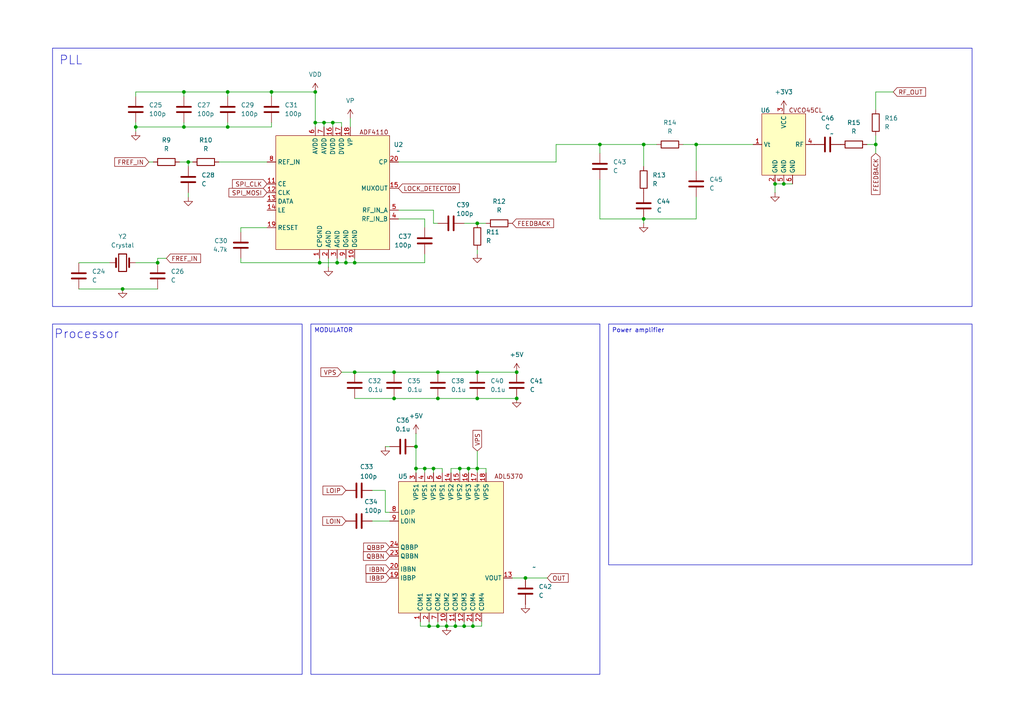
<source format=kicad_sch>
(kicad_sch (version 20231120) (generator "eeschema") (generator_version "8.0")
  (paper "A4")
  (lib_symbols
    (symbol "Device:C" (pin_numbers hide) (pin_names (offset 0.254))
      (property "Reference" "C" (at 0.635 2.54 0))
      (property "Value" "C" (at 0.635 -2.54 0))
      (symbol "C_0_1"
        (polyline (pts (xy -2.032 -0.762) (xy 2.032 -0.762)) (stroke (width 0.508)))
        (polyline (pts (xy -2.032 0.762) (xy 2.032 0.762)) (stroke (width 0.508)))
      )
      (symbol "C_1_1"
        (pin passive line (at 0 3.81 270) (length 2.794) (name "~") (number "1"))
        (pin passive line (at 0 -3.81 90) (length 2.794) (name "~") (number "2"))
      )
    )
    (symbol "Device:Crystal" (pin_numbers hide) (pin_names (offset 1.016) hide)
      (property "Reference" "Y" (at 0 3.81 0))
      (property "Value" "Crystal" (at 0 -3.81 0))
      (symbol "Crystal_0_1"
        (rectangle (start -1.143 2.54) (end 1.143 -2.54) (stroke (width 0.3048)))
        (polyline (pts (xy -2.54 0) (xy -1.905 0)))
        (polyline (pts (xy -1.905 -1.27) (xy -1.905 1.27)) (stroke (width 0.508)))
        (polyline (pts (xy 1.905 -1.27) (xy 1.905 1.27)) (stroke (width 0.508)))
        (polyline (pts (xy 2.54 0) (xy 1.905 0)))
      )
      (symbol "Crystal_1_1"
        (pin passive line (at -3.81 0 0) (length 1.27) (name "1") (number "1"))
        (pin passive line (at 3.81 0 180) (length 1.27) (name "2") (number "2"))
      )
    )
    (symbol "Device:R" (pin_numbers hide) (pin_names (offset 0))
      (property "Reference" "R" (at 2.032 0 90))
      (property "Value" "R" (at 0 0 90))
      (symbol "R_0_1"
        (rectangle (start -1.016 -2.54) (end 1.016 2.54) (stroke (width 0.254)))
      )
      (symbol "R_1_1"
        (pin passive line (at 0 3.81 270) (length 1.27) (name "~") (number "1"))
        (pin passive line (at 0 -3.81 90) (length 1.27) (name "~") (number "2"))
      )
    )
    (symbol "RF_PLL_ADF4110_1"
      (property "Reference" "U" (at -14.986 17.526 0))
      (symbol "RF_PLL_ADF4110_1_1_1"
        (rectangle (start -16.51 16.51) (end 16.51 -16.51) (fill (type background)))
        (text "ADF4110" (at 11.938 17.526 0) (effects (font (size 1.27 1.27))))
        (pin input line (at -3.81 -19.05 90) (length 2.54) (name "CPGND") (number "1"))
        (pin input line (at 6.35 -19.05 90) (length 2.54) (name "DGND") (number "10"))
        (pin input line (at -19.05 2.54 0) (length 2.54) (name "CE") (number "11"))
        (pin input line (at -19.05 0 0) (length 2.54) (name "CLK") (number "12"))
        (pin input line (at -19.05 -2.54 0) (length 2.54) (name "DATA") (number "13"))
        (pin input line (at -19.05 -5.08 0) (length 2.54) (name "LE") (number "14"))
        (pin input line (at 19.05 1.27 180) (length 2.54) (name "MUXOUT") (number "15"))
        (pin input line (at 0 19.05 270) (length 2.54) (name "DVDD") (number "16"))
        (pin input line (at 2.54 19.05 270) (length 2.54) (name "DVDD") (number "17"))
        (pin input line (at 5.08 19.05 270) (length 2.54) (name "VP") (number "18"))
        (pin input line (at -19.05 -10.16 0) (length 2.54) (name "RESET") (number "19"))
        (pin input line (at -1.27 -19.05 90) (length 2.54) (name "AGND") (number "2"))
        (pin input line (at 19.05 8.89 180) (length 2.54) (name "CP") (number "20"))
        (pin input line (at 1.27 -19.05 90) (length 2.54) (name "AGND") (number "3"))
        (pin input line (at 19.05 -7.62 180) (length 2.54) (name "RF_IN_B") (number "4"))
        (pin input line (at 19.05 -5.08 180) (length 2.54) (name "RF_IN_A") (number "5"))
        (pin input line (at -5.08 19.05 270) (length 2.54) (name "AVDD") (number "6"))
        (pin input line (at -2.54 19.05 270) (length 2.54) (name "AVDD") (number "7"))
        (pin input line (at -19.05 8.89 0) (length 2.54) (name "REF_IN") (number "8"))
        (pin input line (at 3.81 -19.05 90) (length 2.54) (name "DGND") (number "9"))
      )
    )
    (symbol "communication_circuit:ADL5370"
      (property "Reference" "U" (at -14.478 20.066 0))
      (symbol "ADL5370_1_1"
        (rectangle (start -15.24 19.05) (end 15.24 -19.05) (fill (type background)))
        (text "ADL5370" (at 16.764 20.574 0) (effects (font (size 1.27 1.27))))
        (pin input line (at -8.89 -21.59 90) (length 2.54) (name "COM1") (number "1"))
        (pin input line (at -1.27 -21.59 90) (length 2.54) (name "COM2") (number "10"))
        (pin input line (at 1.27 -21.59 90) (length 2.54) (name "COM3") (number "11"))
        (pin input line (at 3.81 -21.59 90) (length 2.54) (name "COM3") (number "12"))
        (pin input line (at 17.78 -8.89 180) (length 2.54) (name "VOUT") (number "13"))
        (pin input line (at 0 21.59 270) (length 2.54) (name "VPS2") (number "14"))
        (pin input line (at 2.54 21.59 270) (length 2.54) (name "VPS2") (number "15"))
        (pin input line (at 5.08 21.59 270) (length 2.54) (name "VPS3") (number "16"))
        (pin input line (at 7.62 21.59 270) (length 2.54) (name "VPS4") (number "17"))
        (pin input line (at 10.16 21.59 270) (length 2.54) (name "VPS5") (number "18"))
        (pin input line (at -17.78 -8.89 0) (length 2.54) (name "IBBP") (number "19"))
        (pin input line (at -6.35 -21.59 90) (length 2.54) (name "COM1") (number "2"))
        (pin input line (at -17.78 -6.35 0) (length 2.54) (name "IBBN") (number "20"))
        (pin input line (at 6.35 -21.59 90) (length 2.54) (name "COM4") (number "21"))
        (pin input line (at 8.89 -21.59 90) (length 2.54) (name "COM4") (number "22"))
        (pin input line (at -17.78 -2.54 0) (length 2.54) (name "QBBN") (number "23"))
        (pin input line (at -17.78 0 0) (length 2.54) (name "QBBP") (number "24"))
        (pin input line (at -10.16 21.59 270) (length 2.54) (name "VPS1") (number "3"))
        (pin input line (at -7.62 21.59 270) (length 2.54) (name "VPS1") (number "4"))
        (pin input line (at -5.08 21.59 270) (length 2.54) (name "VPS1") (number "5"))
        (pin input line (at -2.54 21.59 270) (length 2.54) (name "VPS1") (number "6"))
        (pin input line (at -3.81 -21.59 90) (length 2.54) (name "COM2") (number "7"))
        (pin input line (at -17.78 10.16 0) (length 2.54) (name "LOIP") (number "8"))
        (pin input line (at -17.78 7.62 0) (length 2.54) (name "LOIN") (number "9"))
      )
    )
    (symbol "communication_circuit:VCO"
      (property "Reference" "U" (at -6.604 10.668 0))
      (symbol "VCO_1_1"
        (rectangle (start -6.35 8.89) (end 6.35 -8.89) (fill (type background)))
        (text "CVCO45CL\n" (at 6.35 9.906 0) (effects (font (size 1.27 1.27))))
        (pin input line (at -8.89 0 0) (length 2.54) (name "Vt") (number "1"))
        (pin input line (at -2.54 -11.43 90) (length 2.54) (name "GND") (number "2"))
        (pin input line (at 0 11.43 270) (length 2.54) (name "VCC") (number "3"))
        (pin input line (at 8.89 0 180) (length 2.54) (name "RF") (number "4"))
        (pin input line (at 0 -11.43 90) (length 2.54) (name "GND") (number "5"))
        (pin input line (at 2.54 -11.43 90) (length 2.54) (name "GND") (number "6"))
      )
    )
    (symbol "power:GND" (power) (pin_numbers hide) (pin_names (offset 0) hide)
      (property "Value" "GND" (at 0 -3.81 0))
      (symbol "GND_0_1"
        (polyline (pts (xy 0 0) (xy 0 -1.27) (xy 1.27 -1.27) (xy 0 -2.54) (xy -1.27 -1.27) (xy 0 -1.27)))
      )
      (symbol "GND_1_1"
        (pin power_in line (at 0 0 270) (length 0) (name "~") (number "1"))
      )
    )
    (symbol "power:VCC" (power) (pin_numbers hide) (pin_names (offset 0) hide)
      (property "Value" "VCC" (at 0 3.556 0))
      (symbol "VCC_0_1"
        (polyline (pts (xy -0.762 1.27) (xy 0 2.54)))
        (polyline (pts (xy 0 0) (xy 0 2.54)))
        (polyline (pts (xy 0 2.54) (xy 0.762 1.27)))
      )
      (symbol "VCC_1_1"
        (pin power_in line (at 0 0 90) (length 0) (name "~") (number "1"))
      )
    )
  )
  (junction (at 186.69 41.91))
  (junction (at 186.69 63.5))
  (junction (at 138.43 64.77))
  (junction (at 39.37 36.83))
  (junction (at 224.79 53.34))
  (junction (at 173.99 41.91))
  (junction (at 135.89 135.89))
  (junction (at 45.72 76.2))
  (junction (at 66.04 26.67))
  (junction (at 133.35 135.89))
  (junction (at 93.98 35.56))
  (junction (at 100.33 76.2))
  (junction (at 102.87 107.95))
  (junction (at 91.44 26.67))
  (junction (at 114.3 115.57))
  (junction (at 124.46 181.61))
  (junction (at 227.33 53.34))
  (junction (at 125.73 135.89))
  (junction (at 127 181.61))
  (junction (at 138.43 135.89))
  (junction (at 78.74 26.67))
  (junction (at 54.61 46.99))
  (junction (at 123.19 135.89))
  (junction (at 53.34 36.83))
  (junction (at 134.62 181.61))
  (junction (at 91.44 35.56))
  (junction (at 120.65 129.54))
  (junction (at 96.52 35.56))
  (junction (at 132.08 181.61))
  (junction (at 201.93 41.91))
  (junction (at 129.54 181.61))
  (junction (at 66.04 36.83))
  (junction (at 35.56 83.82))
  (junction (at 92.71 76.2))
  (junction (at 127 115.57))
  (junction (at 97.79 76.2))
  (junction (at 152.4 167.64))
  (junction (at 127 107.95))
  (junction (at 120.65 135.89))
  (junction (at 102.87 76.2))
  (junction (at 149.86 107.95))
  (junction (at 114.3 107.95))
  (junction (at 149.86 115.57))
  (junction (at 138.43 115.57))
  (junction (at 53.34 26.67))
  (junction (at 254 41.91))
  (junction (at 138.43 107.95))
  (junction (at 137.16 181.61))
  (wire (pts (xy 92.71 74.93) (xy 92.71 76.2)))
  (wire (pts (xy 66.04 26.67) (xy 78.74 26.67)))
  (wire (pts (xy 129.54 181.61) (xy 132.08 181.61)))
  (wire (pts (xy 54.61 55.88) (xy 54.61 57.15)))
  (wire (pts (xy 259.08 26.67) (xy 254 26.67)))
  (wire (pts (xy 125.73 135.89) (xy 128.27 135.89)))
  (wire (pts (xy 201.93 63.5) (xy 186.69 63.5)))
  (wire (pts (xy 66.04 36.83) (xy 66.04 35.56)))
  (wire (pts (xy 100.33 74.93) (xy 100.33 76.2)))
  (wire (pts (xy 173.99 41.91) (xy 173.99 44.45)))
  (wire (pts (xy 173.99 52.07) (xy 173.99 63.5)))
  (wire (pts (xy 22.86 83.82) (xy 35.56 83.82)))
  (wire (pts (xy 133.35 135.89) (xy 135.89 135.89)))
  (wire (pts (xy 97.79 76.2) (xy 100.33 76.2)))
  (wire (pts (xy 137.16 181.61) (xy 137.16 180.34)))
  (wire (pts (xy 125.73 64.77) (xy 127 64.77)))
  (wire (pts (xy 138.43 135.89) (xy 140.97 135.89)))
  (wire (pts (xy 53.34 36.83) (xy 66.04 36.83)))
  (wire (pts (xy 107.95 151.13) (xy 113.03 151.13)))
  (wire (pts (xy 63.5 46.99) (xy 77.47 46.99)))
  (wire (pts (xy 139.7 181.61) (xy 139.7 180.34)))
  (wire (pts (xy 69.85 76.2) (xy 92.71 76.2)))
  (wire (pts (xy 227.33 31.75) (xy 227.33 30.48)))
  (wire (pts (xy 39.37 26.67) (xy 53.34 26.67)))
  (wire (pts (xy 45.72 74.93) (xy 45.72 76.2)))
  (wire (pts (xy 201.93 41.91) (xy 201.93 49.53)))
  (wire (pts (xy 111.76 129.54) (xy 113.03 129.54)))
  (wire (pts (xy 190.5 41.91) (xy 186.69 41.91)))
  (wire (pts (xy 69.85 66.04) (xy 69.85 67.31)))
  (wire (pts (xy 78.74 26.67) (xy 91.44 26.67)))
  (wire (pts (xy 138.43 115.57) (xy 149.86 115.57)))
  (wire (pts (xy 115.57 63.5) (xy 123.19 63.5)))
  (wire (pts (xy 114.3 115.57) (xy 127 115.57)))
  (wire (pts (xy 99.06 107.95) (xy 102.87 107.95)))
  (wire (pts (xy 48.26 74.93) (xy 45.72 74.93)))
  (wire (pts (xy 96.52 35.56) (xy 99.06 35.56)))
  (wire (pts (xy 124.46 181.61) (xy 121.92 181.61)))
  (wire (pts (xy 102.87 115.57) (xy 114.3 115.57)))
  (wire (pts (xy 123.19 135.89) (xy 125.73 135.89)))
  (wire (pts (xy 99.06 35.56) (xy 99.06 36.83)))
  (wire (pts (xy 198.12 41.91) (xy 201.93 41.91)))
  (wire (pts (xy 133.35 135.89) (xy 133.35 137.16)))
  (wire (pts (xy 132.08 181.61) (xy 134.62 181.61)))
  (wire (pts (xy 120.65 135.89) (xy 120.65 129.54)))
  (wire (pts (xy 135.89 135.89) (xy 138.43 135.89)))
  (wire (pts (xy 111.76 148.59) (xy 111.76 142.24)))
  (wire (pts (xy 127 181.61) (xy 127 180.34)))
  (wire (pts (xy 66.04 36.83) (xy 78.74 36.83)))
  (wire (pts (xy 173.99 63.5) (xy 186.69 63.5)))
  (wire (pts (xy 132.08 181.61) (xy 132.08 180.34)))
  (wire (pts (xy 93.98 35.56) (xy 96.52 35.56)))
  (wire (pts (xy 137.16 181.61) (xy 139.7 181.61)))
  (wire (pts (xy 39.37 36.83) (xy 53.34 36.83)))
  (wire (pts (xy 39.37 36.83) (xy 39.37 35.56)))
  (wire (pts (xy 53.34 26.67) (xy 66.04 26.67)))
  (wire (pts (xy 102.87 107.95) (xy 114.3 107.95)))
  (wire (pts (xy 161.29 41.91) (xy 173.99 41.91)))
  (wire (pts (xy 127 107.95) (xy 138.43 107.95)))
  (wire (pts (xy 138.43 135.89) (xy 138.43 137.16)))
  (wire (pts (xy 78.74 36.83) (xy 78.74 35.56)))
  (wire (pts (xy 113.03 148.59) (xy 111.76 148.59)))
  (wire (pts (xy 123.19 135.89) (xy 123.19 137.16)))
  (wire (pts (xy 186.69 41.91) (xy 173.99 41.91)))
  (wire (pts (xy 149.86 107.95) (xy 138.43 107.95)))
  (wire (pts (xy 96.52 35.56) (xy 96.52 36.83)))
  (wire (pts (xy 127 181.61) (xy 129.54 181.61)))
  (wire (pts (xy 53.34 36.83) (xy 53.34 35.56)))
  (wire (pts (xy 39.37 76.2) (xy 45.72 76.2)))
  (wire (pts (xy 134.62 181.61) (xy 134.62 180.34)))
  (wire (pts (xy 121.92 181.61) (xy 121.92 180.34)))
  (wire (pts (xy 69.85 66.04) (xy 77.47 66.04)))
  (wire (pts (xy 111.76 142.24) (xy 107.95 142.24)))
  (wire (pts (xy 134.62 64.77) (xy 138.43 64.77)))
  (wire (pts (xy 91.44 35.56) (xy 91.44 36.83)))
  (wire (pts (xy 227.33 53.34) (xy 229.87 53.34)))
  (wire (pts (xy 130.81 135.89) (xy 130.81 137.16)))
  (wire (pts (xy 91.44 26.67) (xy 91.44 35.56)))
  (wire (pts (xy 69.85 74.93) (xy 69.85 76.2)))
  (wire (pts (xy 140.97 135.89) (xy 140.97 137.16)))
  (wire (pts (xy 54.61 46.99) (xy 54.61 48.26)))
  (wire (pts (xy 186.69 63.5) (xy 186.69 64.77)))
  (wire (pts (xy 91.44 35.56) (xy 93.98 35.56)))
  (wire (pts (xy 254 41.91) (xy 254 44.45)))
  (wire (pts (xy 124.46 181.61) (xy 124.46 180.34)))
  (wire (pts (xy 127 181.61) (xy 124.46 181.61)))
  (wire (pts (xy 138.43 130.81) (xy 138.43 135.89)))
  (wire (pts (xy 93.98 35.56) (xy 93.98 36.83)))
  (wire (pts (xy 224.79 53.34) (xy 224.79 55.88)))
  (wire (pts (xy 78.74 27.94) (xy 78.74 26.67)))
  (wire (pts (xy 123.19 63.5) (xy 123.19 66.04)))
  (wire (pts (xy 101.6 34.29) (xy 101.6 36.83)))
  (wire (pts (xy 138.43 64.77) (xy 140.97 64.77)))
  (wire (pts (xy 120.65 135.89) (xy 123.19 135.89)))
  (wire (pts (xy 52.07 46.99) (xy 54.61 46.99)))
  (wire (pts (xy 123.19 73.66) (xy 123.19 76.2)))
  (wire (pts (xy 201.93 57.15) (xy 201.93 63.5)))
  (wire (pts (xy 201.93 41.91) (xy 218.44 41.91)))
  (wire (pts (xy 66.04 27.94) (xy 66.04 26.67)))
  (wire (pts (xy 125.73 135.89) (xy 125.73 137.16)))
  (wire (pts (xy 53.34 27.94) (xy 53.34 26.67)))
  (wire (pts (xy 100.33 76.2) (xy 102.87 76.2)))
  (wire (pts (xy 39.37 38.1) (xy 39.37 36.83)))
  (wire (pts (xy 102.87 76.2) (xy 123.19 76.2)))
  (wire (pts (xy 138.43 72.39) (xy 138.43 73.66)))
  (wire (pts (xy 129.54 181.61) (xy 129.54 180.34)))
  (wire (pts (xy 161.29 46.99) (xy 161.29 41.91)))
  (wire (pts (xy 254 26.67) (xy 254 31.75)))
  (wire (pts (xy 97.79 74.93) (xy 97.79 76.2)))
  (wire (pts (xy 115.57 46.99) (xy 161.29 46.99)))
  (wire (pts (xy 120.65 129.54) (xy 120.65 125.73)))
  (wire (pts (xy 43.18 46.99) (xy 44.45 46.99)))
  (wire (pts (xy 148.59 167.64) (xy 152.4 167.64)))
  (wire (pts (xy 130.81 135.89) (xy 133.35 135.89)))
  (wire (pts (xy 135.89 135.89) (xy 135.89 137.16)))
  (wire (pts (xy 120.65 135.89) (xy 120.65 137.16)))
  (wire (pts (xy 224.79 53.34) (xy 227.33 53.34)))
  (wire (pts (xy 254 39.37) (xy 254 41.91)))
  (wire (pts (xy 125.73 60.96) (xy 115.57 60.96)))
  (wire (pts (xy 251.46 41.91) (xy 254 41.91)))
  (wire (pts (xy 186.69 41.91) (xy 186.69 48.26)))
  (wire (pts (xy 114.3 107.95) (xy 127 107.95)))
  (wire (pts (xy 22.86 76.2) (xy 31.75 76.2)))
  (wire (pts (xy 127 115.57) (xy 138.43 115.57)))
  (wire (pts (xy 95.25 74.93) (xy 95.25 77.47)))
  (wire (pts (xy 125.73 64.77) (xy 125.73 60.96)))
  (wire (pts (xy 35.56 83.82) (xy 45.72 83.82)))
  (wire (pts (xy 152.4 167.64) (xy 158.75 167.64)))
  (wire (pts (xy 128.27 135.89) (xy 128.27 137.16)))
  (wire (pts (xy 92.71 76.2) (xy 97.79 76.2)))
  (wire (pts (xy 102.87 76.2) (xy 102.87 74.93)))
  (wire (pts (xy 54.61 46.99) (xy 55.88 46.99)))
  (wire (pts (xy 134.62 181.61) (xy 137.16 181.61)))
  (wire (pts (xy 39.37 26.67) (xy 39.37 27.94)))
  (rectangle (start 15.24 93.98) (end 87.63 195.58))
  (text_box "MODULATOR" (at 90.17 93.98 0) (size 83.82 101.6) (effects (font (size 1.27 1.27)) (justify left top)))
  (text_box "Power amplifier" (at 176.53 93.98 0) (size 105.41 69.85) (effects (font (size 1.27 1.27)) (justify left top)))
  (text_box "PLL" (at 15.24 13.97 0) (size 266.7 74.93) (effects (font (size 2.54 2.54)) (justify left top)))
  (text "Processor" (at 25.146 97.028 0) (effects (font (size 2.54 2.54))))
  (global_label "VPS" (shape input) (at 138.43 130.81 90) (property "Intersheetrefs" "${INTERSHEET_REFS}" (effects (hide yes))))
  (global_label "IBBP" (shape input) (at 113.03 167.64 180) (property "Intersheetrefs" "${INTERSHEET_REFS}" (effects (hide yes))))
  (global_label "LOIN" (shape input) (at 100.33 151.13 180) (property "Intersheetrefs" "${INTERSHEET_REFS}" (effects (hide yes))))
  (global_label "QBBN" (shape input) (at 113.03 161.29 180) (property "Intersheetrefs" "${INTERSHEET_REFS}" (effects (hide yes))))
  (global_label "FEEDBACK" (shape input) (at 254 44.45 270) (property "Intersheetrefs" "${INTERSHEET_REFS}" (effects (hide yes))))
  (global_label "VPS" (shape input) (at 99.06 107.95 180) (property "Intersheetrefs" "${INTERSHEET_REFS}" (effects (hide yes))))
  (global_label "LOIP" (shape input) (at 100.33 142.24 180) (property "Intersheetrefs" "${INTERSHEET_REFS}" (effects (hide yes))))
  (global_label "OUT" (shape input) (at 158.75 167.64 0) (property "Intersheetrefs" "${INTERSHEET_REFS}" (effects (hide yes))))
  (global_label "IBBN" (shape input) (at 113.03 165.1 180) (property "Intersheetrefs" "${INTERSHEET_REFS}" (effects (hide yes))))
  (global_label "FREF_IN" (shape input) (at 43.18 46.99 180) (property "Intersheetrefs" "${INTERSHEET_REFS}" (effects (hide yes))))
  (global_label "FEEDBACK" (shape input) (at 148.59 64.77 0) (property "Intersheetrefs" "${INTERSHEET_REFS}" (effects (hide yes))))
  (global_label "RF_OUT" (shape input) (at 259.08 26.67 0) (property "Intersheetrefs" "${INTERSHEET_REFS}" (effects (hide yes))))
  (global_label "FREF_IN" (shape input) (at 48.26 74.93 0) (property "Intersheetrefs" "${INTERSHEET_REFS}" (effects (hide yes))))
  (global_label "QBBP" (shape input) (at 113.03 158.75 180) (property "Intersheetrefs" "${INTERSHEET_REFS}" (effects (hide yes))))
  (global_label "LOCK_DETECTOR" (shape input) (at 115.57 54.61 0) (property "Intersheetrefs" "${INTERSHEET_REFS}" (effects (hide yes))))
  (global_label "SPI_MOSI" (shape input) (at 77.47 55.88 180) (property "Intersheetrefs" "${INTERSHEET_REFS}" (effects (hide yes))))
  (global_label "SPI_CLK" (shape input) (at 77.47 53.34 180) (property "Intersheetrefs" "${INTERSHEET_REFS}" (effects (hide yes))))
  (symbol (lib_id "Device:C") (at 45.72 80.01 0) (unit 1)
    (property "Reference" "C26" (at 49.53 78.7399 0) (effects (justify left)))
    (property "Value" "C" (at 49.53 81.2799 0) (effects (justify left)))
    (property "Description" "Unpolarized capacitor" (effects (hide yes)))
  )
  (symbol (lib_id "Device:R") (at 247.65 41.91 270) (unit 1)
    (property "Reference" "R15" (at 247.65 35.56 90))
    (property "Value" "R" (at 247.65 38.1 90))
    (property "Description" "Resistor" (effects (hide yes)))
  )
  (symbol (lib_id "Device:C") (at 102.87 111.76 180) (unit 1)
    (property "Reference" "C32" (at 106.68 110.4899 0) (effects (justify right)))
    (property "Value" "0.1u" (at 106.68 113.0299 0) (effects (justify right)))
    (property "Description" "Unpolarized capacitor" (effects (hide yes)))
  )
  (symbol (lib_id "Device:C") (at 39.37 31.75 0) (unit 1)
    (property "Reference" "C25" (at 43.18 30.4799 0) (effects (justify left)))
    (property "Value" "100p" (at 43.18 33.0199 0) (effects (justify left)))
    (property "Description" "Unpolarized capacitor" (effects (hide yes)))
  )
  (symbol (lib_id "power:VCC") (at 91.44 26.67 0) (unit 1)
    (property "Reference" "#PWR020" (effects (hide yes)))
    (property "Value" "VDD" (at 91.44 21.59 0))
    (property "Description" "Power symbol creates a global label with name \"VCC\"" (effects (hide yes)))
  )
  (symbol (lib_id "power:VCC") (at 149.86 107.95 0) (unit 1)
    (property "Reference" "#PWR027" (effects (hide yes)))
    (property "Value" "+5V" (at 149.86 102.87 0))
    (property "Description" "Power symbol creates a global label with name \"VCC\"" (effects (hide yes)))
  )
  (symbol (lib_id "Device:R") (at 59.69 46.99 270) (unit 1)
    (property "Reference" "R10" (at 59.69 40.64 90))
    (property "Value" "R" (at 59.69 43.18 90))
    (property "Description" "Resistor" (effects (hide yes)))
  )
  (symbol (lib_id "power:GND") (at 39.37 38.1 0) (unit 1)
    (property "Reference" "#PWR018" (effects (hide yes)))
    (property "Value" "GND" (effects (hide yes)))
    (property "Description" "Power symbol creates a global label with name \"GND\" , ground" (effects (hide yes)))
  )
  (symbol (lib_id "power:GND") (at 111.76 129.54 0) (unit 1)
    (property "Reference" "#PWR023" (effects (hide yes)))
    (property "Value" "GND" (effects (hide yes)))
    (property "Description" "Power symbol creates a global label with name \"GND\" , ground" (effects (hide yes)))
  )
  (symbol (lib_id "Device:C") (at 104.14 142.24 270) (unit 1)
    (property "Reference" "C33" (at 104.394 135.382 90) (effects (justify left)))
    (property "Value" "100p" (at 104.394 138.176 90) (effects (justify left)))
    (property "Description" "Unpolarized capacitor" (effects (hide yes)))
  )
  (symbol (lib_id "power:GND") (at 186.69 64.77 0) (unit 1)
    (property "Reference" "#PWR030" (effects (hide yes)))
    (property "Value" "GND" (effects (hide yes)))
    (property "Description" "Power symbol creates a global label with name \"GND\" , ground" (effects (hide yes)))
  )
  (symbol (lib_id "Device:R") (at 194.31 41.91 270) (unit 1)
    (property "Reference" "R14" (at 194.31 35.56 90))
    (property "Value" "R" (at 194.31 38.1 90))
    (property "Description" "Resistor" (effects (hide yes)))
  )
  (symbol (lib_id "power:VCC") (at 120.65 125.73 0) (unit 1)
    (property "Reference" "#PWR024" (effects (hide yes)))
    (property "Value" "+5V" (at 120.65 120.65 0))
    (property "Description" "Power symbol creates a global label with name \"VCC\"" (effects (hide yes)))
  )
  (symbol (lib_id "Device:C") (at 54.61 52.07 0) (unit 1)
    (property "Reference" "C28" (at 58.42 50.7999 0) (effects (justify left)))
    (property "Value" "C" (at 58.42 53.3399 0) (effects (justify left)))
    (property "Description" "Unpolarized capacitor" (effects (hide yes)))
  )
  (symbol (lib_id "Device:C") (at 66.04 31.75 0) (unit 1)
    (property "Reference" "C29" (at 69.85 30.4799 0) (effects (justify left)))
    (property "Value" "100p" (at 69.85 33.0199 0) (effects (justify left)))
    (property "Description" "Unpolarized capacitor" (effects (hide yes)))
  )
  (symbol (lib_id "communication_circuit:ADL5370") (at 130.81 158.75 0) (unit 1)
    (property "Reference" "U5" (at 116.84 138.176 0))
    (property "Value" "~" (at 154.94 164.4965 0))
  )
  (symbol (lib_id "Device:C") (at 78.74 31.75 0) (unit 1)
    (property "Reference" "C31" (at 82.55 30.4799 0) (effects (justify left)))
    (property "Value" "100p" (at 82.55 33.0199 0) (effects (justify left)))
    (property "Description" "Unpolarized capacitor" (effects (hide yes)))
  )
  (symbol (lib_id "Device:C") (at 104.14 151.13 270) (unit 1)
    (property "Reference" "C34" (at 105.664 145.542 90) (effects (justify left)))
    (property "Value" "100p" (at 105.664 148.082 90) (effects (justify left)))
    (property "Description" "Unpolarized capacitor" (effects (hide yes)))
  )
  (symbol (lib_id "power:GND") (at 95.25 77.47 0) (unit 1)
    (property "Reference" "#PWR021" (effects (hide yes)))
    (property "Value" "GND" (effects (hide yes)))
    (property "Description" "Power symbol creates a global label with name \"GND\" , ground" (effects (hide yes)))
  )
  (symbol (lib_id "power:GND") (at 224.79 55.88 0) (unit 1)
    (property "Reference" "#PWR031" (effects (hide yes)))
    (property "Value" "GND" (effects (hide yes)))
    (property "Description" "Power symbol creates a global label with name \"GND\" , ground" (effects (hide yes)))
  )
  (symbol (lib_id "Device:R") (at 144.78 64.77 90) (unit 1)
    (property "Reference" "R12" (at 144.78 58.42 90))
    (property "Value" "R" (at 144.78 60.96 90))
    (property "Description" "Resistor" (effects (hide yes)))
  )
  (symbol (lib_id "Device:C") (at 116.84 129.54 270) (unit 1)
    (property "Reference" "C36" (at 116.84 121.92 90))
    (property "Value" "0.1u" (at 116.84 124.46 90))
    (property "Description" "Unpolarized capacitor" (effects (hide yes)))
  )
  (symbol (lib_id "Device:C") (at 138.43 111.76 180) (unit 1)
    (property "Reference" "C40" (at 142.24 110.4899 0) (effects (justify right)))
    (property "Value" "0.1u" (at 142.24 113.0299 0) (effects (justify right)))
    (property "Description" "Unpolarized capacitor" (effects (hide yes)))
  )
  (symbol (lib_id "power:VCC") (at 101.6 34.29 0) (unit 1)
    (property "Reference" "#PWR022" (effects (hide yes)))
    (property "Value" "VP" (at 101.6 29.21 0))
    (property "Description" "Power symbol creates a global label with name \"VCC\"" (effects (hide yes)))
  )
  (symbol (lib_id "power:GND") (at 54.61 57.15 0) (unit 1)
    (property "Reference" "#PWR019" (effects (hide yes)))
    (property "Value" "GND" (effects (hide yes)))
    (property "Description" "Power symbol creates a global label with name \"GND\" , ground" (effects (hide yes)))
  )
  (symbol (lib_id "Device:R") (at 186.69 52.07 0) (unit 1)
    (property "Reference" "R13" (at 189.23 50.7999 0) (effects (justify left)))
    (property "Value" "R" (at 189.23 53.3399 0) (effects (justify left)))
    (property "Description" "Resistor" (effects (hide yes)))
  )
  (symbol (lib_id "power:GND") (at 138.43 73.66 0) (unit 1)
    (property "Reference" "#PWR026" (effects (hide yes)))
    (property "Value" "GND" (effects (hide yes)))
    (property "Description" "Power symbol creates a global label with name \"GND\" , ground" (effects (hide yes)))
  )
  (symbol (lib_id "power:GND") (at 149.86 115.57 0) (unit 1)
    (property "Reference" "#PWR028" (effects (hide yes)))
    (property "Value" "GND" (effects (hide yes)))
    (property "Description" "Power symbol creates a global label with name \"GND\" , ground" (effects (hide yes)))
  )
  (symbol (lib_id "Device:C") (at 123.19 69.85 0) (mirror y) (unit 1)
    (property "Reference" "C37" (at 119.38 68.5799 0) (effects (justify left)))
    (property "Value" "100p" (at 119.38 71.1199 0) (effects (justify left)))
    (property "Description" "Unpolarized capacitor" (effects (hide yes)))
  )
  (symbol (lib_id "communication_circuit:VCO") (at 227.33 41.91 0) (unit 1)
    (property "Reference" "U6" (at 221.996 32.004 0))
    (property "Value" "~" (at 241.3 38.7665 0))
  )
  (symbol (lib_id "Device:R") (at 48.26 46.99 90) (unit 1)
    (property "Reference" "R9" (at 48.26 40.64 90))
    (property "Value" "R" (at 48.26 43.18 90))
    (property "Description" "Resistor" (effects (hide yes)))
  )
  (symbol (lib_id "Device:R") (at 254 35.56 0) (unit 1)
    (property "Reference" "R16" (at 256.54 34.2899 0) (effects (justify left)))
    (property "Value" "R" (at 256.54 36.8299 0) (effects (justify left)))
    (property "Description" "Resistor" (effects (hide yes)))
  )
  (symbol (lib_id "Device:C") (at 240.03 41.91 90) (unit 1)
    (property "Reference" "C46" (at 240.03 34.29 90))
    (property "Value" "C" (at 240.03 36.83 90))
    (property "Description" "Unpolarized capacitor" (effects (hide yes)))
  )
  (symbol (lib_id "power:VCC") (at 227.33 31.75 0) (unit 1)
    (property "Reference" "#PWR032" (effects (hide yes)))
    (property "Value" "+3V3" (at 227.33 26.67 0))
    (property "Description" "Power symbol creates a global label with name \"VCC\"" (effects (hide yes)))
  )
  (symbol (lib_id "Device:C") (at 22.86 80.01 0) (unit 1)
    (property "Reference" "C24" (at 26.67 78.7399 0) (effects (justify left)))
    (property "Value" "C" (at 26.67 81.2799 0) (effects (justify left)))
    (property "Description" "Unpolarized capacitor" (effects (hide yes)))
  )
  (symbol (lib_id "Device:C") (at 114.3 111.76 180) (unit 1)
    (property "Reference" "C35" (at 118.11 110.4899 0) (effects (justify right)))
    (property "Value" "0.1u" (at 118.11 113.0299 0) (effects (justify right)))
    (property "Description" "Unpolarized capacitor" (effects (hide yes)))
  )
  (symbol (lib_id "Device:C") (at 173.99 48.26 0) (unit 1)
    (property "Reference" "C43" (at 177.8 46.9899 0) (effects (justify left)))
    (property "Value" "C" (at 177.8 49.5299 0) (effects (justify left)))
    (property "Description" "Unpolarized capacitor" (effects (hide yes)))
  )
  (symbol (lib_id "Device:Crystal") (at 35.56 76.2 180) (unit 1)
    (property "Reference" "Y2" (at 35.56 68.58 0))
    (property "Value" "Crystal" (at 35.56 71.12 0))
    (property "Description" "Two pin crystal" (effects (hide yes)))
  )
  (symbol (lib_id "power:GND") (at 129.54 181.61 0) (unit 1)
    (property "Reference" "#PWR025" (effects (hide yes)))
    (property "Value" "GND" (effects (hide yes)))
    (property "Description" "Power symbol creates a global label with name \"GND\" , ground" (effects (hide yes)))
  )
  (symbol (lib_id "Device:C") (at 152.4 171.45 0) (unit 1)
    (property "Reference" "C42" (at 156.21 170.1799 0) (effects (justify left)))
    (property "Value" "C" (at 156.21 172.7199 0) (effects (justify left)))
    (property "Description" "Unpolarized capacitor" (effects (hide yes)))
  )
  (symbol (lib_id "Device:C") (at 130.81 64.77 270) (mirror x) (unit 1)
    (property "Reference" "C39" (at 132.334 59.436 90) (effects (justify left)))
    (property "Value" "100p" (at 132.334 61.976 90) (effects (justify left)))
    (property "Description" "Unpolarized capacitor" (effects (hide yes)))
  )
  (symbol (lib_id "Device:C") (at 127 111.76 180) (unit 1)
    (property "Reference" "C38" (at 130.81 110.4899 0) (effects (justify right)))
    (property "Value" "0.1u" (at 130.81 113.0299 0) (effects (justify right)))
    (property "Description" "Unpolarized capacitor" (effects (hide yes)))
  )
  (symbol (lib_id "Device:C") (at 186.69 59.69 0) (unit 1)
    (property "Reference" "C44" (at 190.5 58.4199 0) (effects (justify left)))
    (property "Value" "C" (at 190.5 60.9599 0) (effects (justify left)))
    (property "Description" "Unpolarized capacitor" (effects (hide yes)))
  )
  (symbol (lib_id "Device:C") (at 53.34 31.75 0) (unit 1)
    (property "Reference" "C27" (at 57.15 30.4799 0) (effects (justify left)))
    (property "Value" "100p" (at 57.15 33.0199 0) (effects (justify left)))
    (property "Description" "Unpolarized capacitor" (effects (hide yes)))
  )
  (symbol (lib_id "power:GND") (at 152.4 175.26 0) (unit 1)
    (property "Reference" "#PWR029" (effects (hide yes)))
    (property "Value" "GND" (effects (hide yes)))
    (property "Description" "Power symbol creates a global label with name \"GND\" , ground" (effects (hide yes)))
  )
  (symbol (lib_id "Device:R") (at 138.43 68.58 0) (unit 1)
    (property "Reference" "R11" (at 140.97 67.3099 0) (effects (justify left)))
    (property "Value" "R" (at 140.97 69.8499 0) (effects (justify left)))
    (property "Description" "Resistor" (effects (hide yes)))
  )
  (symbol (lib_name "RF_PLL_ADF4110_1") (lib_id "communication_circuit:RF_PLL_ADF4110") (at 96.52 55.88 0) (unit 1)
    (property "Reference" "U2" (at 115.57 41.9414 0))
    (property "Value" "~" (at 115.57 43.8465 0))
  )
  (symbol (lib_id "Device:C") (at 201.93 53.34 0) (unit 1)
    (property "Reference" "C45" (at 205.74 52.0699 0) (effects (justify left)))
    (property "Value" "C" (at 205.74 54.6099 0) (effects (justify left)))
    (property "Description" "Unpolarized capacitor" (effects (hide yes)))
  )
  (symbol (lib_id "power:GND") (at 35.56 83.82 0) (unit 1)
    (property "Reference" "#PWR017" (effects (hide yes)))
    (property "Value" "GND" (effects (hide yes)))
    (property "Description" "Power symbol creates a global label with name \"GND\" , ground" (effects (hide yes)))
  )
  (symbol (lib_id "Device:C") (at 149.86 111.76 180) (unit 1)
    (property "Reference" "C41" (at 153.67 110.4899 0) (effects (justify right)))
    (property "Value" "C" (at 153.67 113.0299 0) (effects (justify right)))
    (property "Description" "Unpolarized capacitor" (effects (hide yes)))
  )
  (symbol (lib_id "Device:C") (at 69.85 71.12 0) (mirror y) (unit 1)
    (property "Reference" "C30" (at 66.04 69.8499 0) (effects (justify left)))
    (property "Value" "4.7k" (at 66.04 72.3899 0) (effects (justify left)))
    (property "Description" "Unpolarized capacitor" (effects (hide yes)))
  )
)
</source>
